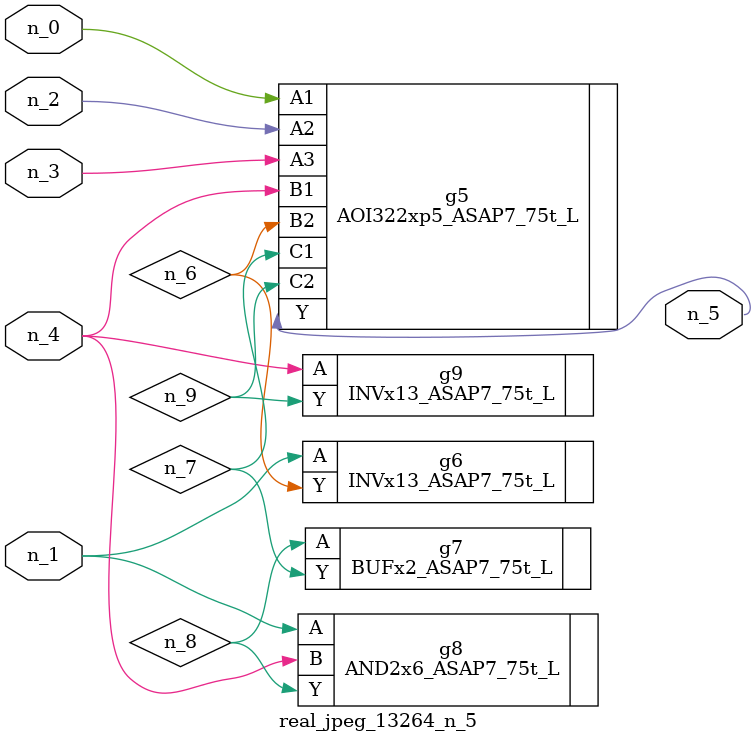
<source format=v>
module real_jpeg_13264_n_5 (n_4, n_0, n_1, n_2, n_3, n_5);

input n_4;
input n_0;
input n_1;
input n_2;
input n_3;

output n_5;

wire n_8;
wire n_6;
wire n_7;
wire n_9;

AOI322xp5_ASAP7_75t_L g5 ( 
.A1(n_0),
.A2(n_2),
.A3(n_3),
.B1(n_4),
.B2(n_6),
.C1(n_7),
.C2(n_9),
.Y(n_5)
);

INVx13_ASAP7_75t_L g6 ( 
.A(n_1),
.Y(n_6)
);

AND2x6_ASAP7_75t_L g8 ( 
.A(n_1),
.B(n_4),
.Y(n_8)
);

INVx13_ASAP7_75t_L g9 ( 
.A(n_4),
.Y(n_9)
);

BUFx2_ASAP7_75t_L g7 ( 
.A(n_8),
.Y(n_7)
);


endmodule
</source>
